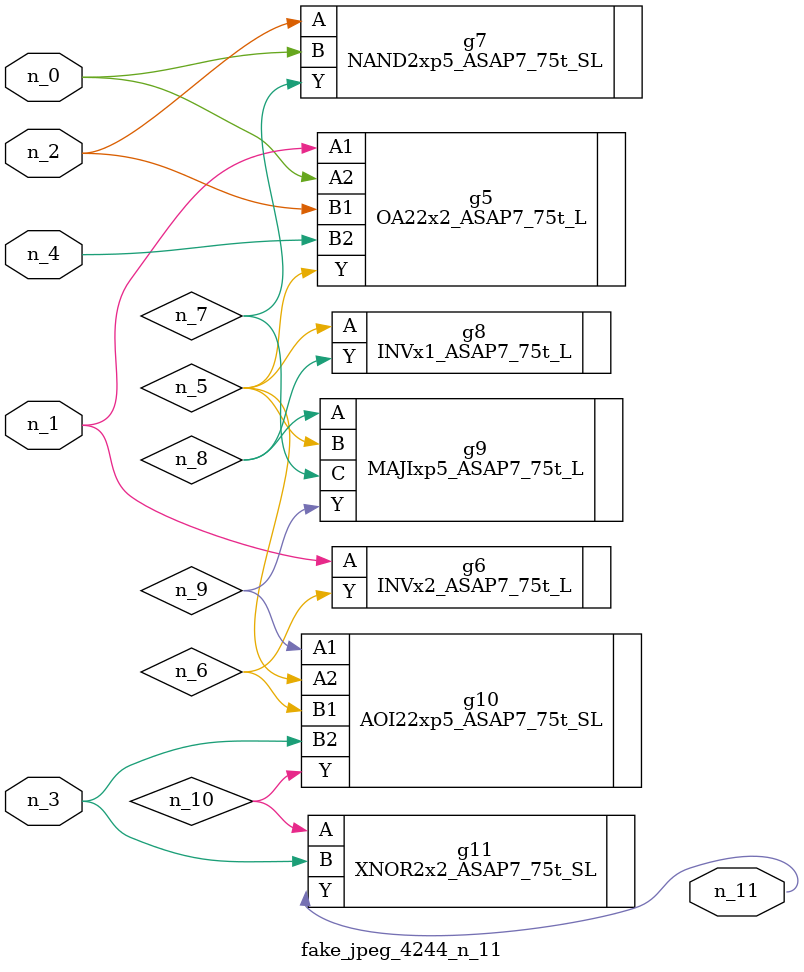
<source format=v>
module fake_jpeg_4244_n_11 (n_3, n_2, n_1, n_0, n_4, n_11);

input n_3;
input n_2;
input n_1;
input n_0;
input n_4;

output n_11;

wire n_10;
wire n_8;
wire n_9;
wire n_6;
wire n_5;
wire n_7;

OA22x2_ASAP7_75t_L g5 ( 
.A1(n_1),
.A2(n_0),
.B1(n_2),
.B2(n_4),
.Y(n_5)
);

INVx2_ASAP7_75t_L g6 ( 
.A(n_1),
.Y(n_6)
);

NAND2xp5_ASAP7_75t_SL g7 ( 
.A(n_2),
.B(n_0),
.Y(n_7)
);

INVx1_ASAP7_75t_L g8 ( 
.A(n_5),
.Y(n_8)
);

MAJIxp5_ASAP7_75t_L g9 ( 
.A(n_8),
.B(n_5),
.C(n_7),
.Y(n_9)
);

AOI22xp5_ASAP7_75t_SL g10 ( 
.A1(n_9),
.A2(n_5),
.B1(n_6),
.B2(n_3),
.Y(n_10)
);

XNOR2x2_ASAP7_75t_SL g11 ( 
.A(n_10),
.B(n_3),
.Y(n_11)
);


endmodule
</source>
